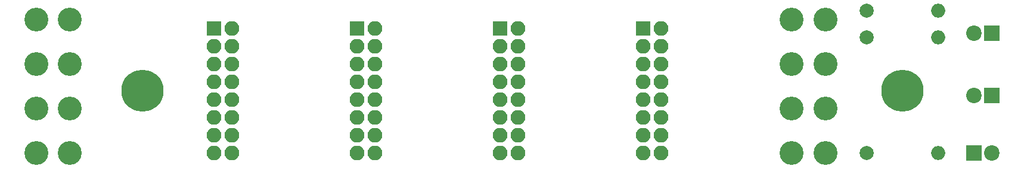
<source format=gbr>
G04 #@! TF.GenerationSoftware,KiCad,Pcbnew,(5.0.0)*
G04 #@! TF.CreationDate,2018-11-13T12:50:57-08:00*
G04 #@! TF.ProjectId,bus_board,6275735F626F6172642E6B696361645F,rev?*
G04 #@! TF.SameCoordinates,Original*
G04 #@! TF.FileFunction,Soldermask,Bot*
G04 #@! TF.FilePolarity,Negative*
%FSLAX46Y46*%
G04 Gerber Fmt 4.6, Leading zero omitted, Abs format (unit mm)*
G04 Created by KiCad (PCBNEW (5.0.0)) date 11/13/18 12:50:57*
%MOMM*%
%LPD*%
G01*
G04 APERTURE LIST*
%ADD10C,6.000000*%
%ADD11R,2.100000X2.100000*%
%ADD12O,2.100000X2.100000*%
%ADD13C,2.200000*%
%ADD14R,2.200000X2.200000*%
%ADD15O,2.000000X2.000000*%
%ADD16C,2.000000*%
%ADD17C,3.400000*%
G04 APERTURE END LIST*
D10*
G04 #@! TO.C,REF\002A\002A*
X180975000Y-80000000D03*
G04 #@! TD*
D11*
G04 #@! TO.C,J5*
X83185000Y-71120000D03*
D12*
X85725000Y-71120000D03*
X83185000Y-73660000D03*
X85725000Y-73660000D03*
X83185000Y-76200000D03*
X85725000Y-76200000D03*
X83185000Y-78740000D03*
X85725000Y-78740000D03*
X83185000Y-81280000D03*
X85725000Y-81280000D03*
X83185000Y-83820000D03*
X85725000Y-83820000D03*
X83185000Y-86360000D03*
X85725000Y-86360000D03*
X83185000Y-88900000D03*
X85725000Y-88900000D03*
G04 #@! TD*
D13*
G04 #@! TO.C,D2*
X191135000Y-80645000D03*
D14*
X193675000Y-80645000D03*
G04 #@! TD*
G04 #@! TO.C,D3*
X191135000Y-88900000D03*
D13*
X193675000Y-88900000D03*
G04 #@! TD*
G04 #@! TO.C,D1*
X191135000Y-71755000D03*
D14*
X193675000Y-71755000D03*
G04 #@! TD*
D12*
G04 #@! TO.C,J6*
X106045000Y-88900000D03*
X103505000Y-88900000D03*
X106045000Y-86360000D03*
X103505000Y-86360000D03*
X106045000Y-83820000D03*
X103505000Y-83820000D03*
X106045000Y-81280000D03*
X103505000Y-81280000D03*
X106045000Y-78740000D03*
X103505000Y-78740000D03*
X106045000Y-76200000D03*
X103505000Y-76200000D03*
X106045000Y-73660000D03*
X103505000Y-73660000D03*
X106045000Y-71120000D03*
D11*
X103505000Y-71120000D03*
G04 #@! TD*
G04 #@! TO.C,J8*
X123825000Y-71120000D03*
D12*
X126365000Y-71120000D03*
X123825000Y-73660000D03*
X126365000Y-73660000D03*
X123825000Y-76200000D03*
X126365000Y-76200000D03*
X123825000Y-78740000D03*
X126365000Y-78740000D03*
X123825000Y-81280000D03*
X126365000Y-81280000D03*
X123825000Y-83820000D03*
X126365000Y-83820000D03*
X123825000Y-86360000D03*
X126365000Y-86360000D03*
X123825000Y-88900000D03*
X126365000Y-88900000D03*
G04 #@! TD*
G04 #@! TO.C,J7*
X146685000Y-88900000D03*
X144145000Y-88900000D03*
X146685000Y-86360000D03*
X144145000Y-86360000D03*
X146685000Y-83820000D03*
X144145000Y-83820000D03*
X146685000Y-81280000D03*
X144145000Y-81280000D03*
X146685000Y-78740000D03*
X144145000Y-78740000D03*
X146685000Y-76200000D03*
X144145000Y-76200000D03*
X146685000Y-73660000D03*
X144145000Y-73660000D03*
X146685000Y-71120000D03*
D11*
X144145000Y-71120000D03*
G04 #@! TD*
D15*
G04 #@! TO.C,R2*
X186055000Y-72390000D03*
D16*
X175895000Y-72390000D03*
G04 #@! TD*
G04 #@! TO.C,R3*
X175895000Y-88900000D03*
D15*
X186055000Y-88900000D03*
G04 #@! TD*
G04 #@! TO.C,R1*
X186055000Y-68580000D03*
D16*
X175895000Y-68580000D03*
G04 #@! TD*
D17*
G04 #@! TO.C,+12V*
X62705000Y-76200000D03*
X57945000Y-76200000D03*
G04 #@! TD*
G04 #@! TO.C,+5V*
X57945000Y-69850000D03*
X62705000Y-69850000D03*
G04 #@! TD*
G04 #@! TO.C,+5V*
X170020000Y-69850000D03*
X165260000Y-69850000D03*
G04 #@! TD*
G04 #@! TO.C,+12V*
X165260000Y-76200000D03*
X170020000Y-76200000D03*
G04 #@! TD*
G04 #@! TO.C,GND*
X170020000Y-82550000D03*
X165260000Y-82550000D03*
G04 #@! TD*
G04 #@! TO.C,-12V*
X165260000Y-88900000D03*
X170020000Y-88900000D03*
G04 #@! TD*
G04 #@! TO.C,-12V*
X62705000Y-88900000D03*
X57945000Y-88900000D03*
G04 #@! TD*
G04 #@! TO.C,GND*
X57945000Y-82550000D03*
X62705000Y-82550000D03*
G04 #@! TD*
D10*
G04 #@! TO.C,REF\002A\002A*
X73025000Y-80000000D03*
G04 #@! TD*
M02*

</source>
